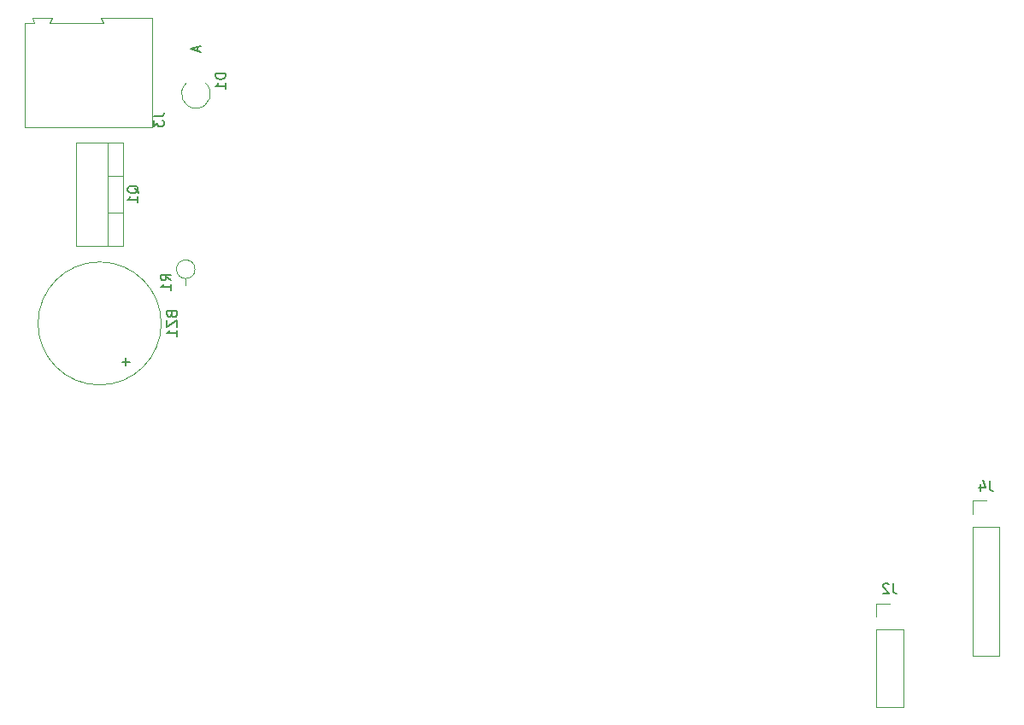
<source format=gbr>
%TF.GenerationSoftware,KiCad,Pcbnew,7.0.9-7.0.9~ubuntu22.04.1*%
%TF.CreationDate,2023-12-08T18:50:30-07:00*%
%TF.ProjectId,ph_meter,70685f6d-6574-4657-922e-6b696361645f,1.3*%
%TF.SameCoordinates,Original*%
%TF.FileFunction,Legend,Bot*%
%TF.FilePolarity,Positive*%
%FSLAX46Y46*%
G04 Gerber Fmt 4.6, Leading zero omitted, Abs format (unit mm)*
G04 Created by KiCad (PCBNEW 7.0.9-7.0.9~ubuntu22.04.1) date 2023-12-08 18:50:30*
%MOMM*%
%LPD*%
G01*
G04 APERTURE LIST*
%ADD10C,0.150000*%
%ADD11C,0.120000*%
G04 APERTURE END LIST*
D10*
X94304819Y-92390833D02*
X93828628Y-92057500D01*
X94304819Y-91819405D02*
X93304819Y-91819405D01*
X93304819Y-91819405D02*
X93304819Y-92200357D01*
X93304819Y-92200357D02*
X93352438Y-92295595D01*
X93352438Y-92295595D02*
X93400057Y-92343214D01*
X93400057Y-92343214D02*
X93495295Y-92390833D01*
X93495295Y-92390833D02*
X93638152Y-92390833D01*
X93638152Y-92390833D02*
X93733390Y-92343214D01*
X93733390Y-92343214D02*
X93781009Y-92295595D01*
X93781009Y-92295595D02*
X93828628Y-92200357D01*
X93828628Y-92200357D02*
X93828628Y-91819405D01*
X94304819Y-93343214D02*
X94304819Y-92771786D01*
X94304819Y-93057500D02*
X93304819Y-93057500D01*
X93304819Y-93057500D02*
X93447676Y-92962262D01*
X93447676Y-92962262D02*
X93542914Y-92867024D01*
X93542914Y-92867024D02*
X93590533Y-92771786D01*
X175383333Y-112254819D02*
X175383333Y-112969104D01*
X175383333Y-112969104D02*
X175430952Y-113111961D01*
X175430952Y-113111961D02*
X175526190Y-113207200D01*
X175526190Y-113207200D02*
X175669047Y-113254819D01*
X175669047Y-113254819D02*
X175764285Y-113254819D01*
X174478571Y-112588152D02*
X174478571Y-113254819D01*
X174716666Y-112207200D02*
X174954761Y-112921485D01*
X174954761Y-112921485D02*
X174335714Y-112921485D01*
X99704819Y-71890545D02*
X98704819Y-71890545D01*
X98704819Y-71890545D02*
X98704819Y-72128640D01*
X98704819Y-72128640D02*
X98752438Y-72271497D01*
X98752438Y-72271497D02*
X98847676Y-72366735D01*
X98847676Y-72366735D02*
X98942914Y-72414354D01*
X98942914Y-72414354D02*
X99133390Y-72461973D01*
X99133390Y-72461973D02*
X99276247Y-72461973D01*
X99276247Y-72461973D02*
X99466723Y-72414354D01*
X99466723Y-72414354D02*
X99561961Y-72366735D01*
X99561961Y-72366735D02*
X99657200Y-72271497D01*
X99657200Y-72271497D02*
X99704819Y-72128640D01*
X99704819Y-72128640D02*
X99704819Y-71890545D01*
X99704819Y-73414354D02*
X99704819Y-72842926D01*
X99704819Y-73128640D02*
X98704819Y-73128640D01*
X98704819Y-73128640D02*
X98847676Y-73033402D01*
X98847676Y-73033402D02*
X98942914Y-72938164D01*
X98942914Y-72938164D02*
X98990533Y-72842926D01*
X96949104Y-69220545D02*
X96949104Y-69696735D01*
X97234819Y-69125307D02*
X96234819Y-69458640D01*
X96234819Y-69458640D02*
X97234819Y-69791973D01*
X165833333Y-122434819D02*
X165833333Y-123149104D01*
X165833333Y-123149104D02*
X165880952Y-123291961D01*
X165880952Y-123291961D02*
X165976190Y-123387200D01*
X165976190Y-123387200D02*
X166119047Y-123434819D01*
X166119047Y-123434819D02*
X166214285Y-123434819D01*
X165404761Y-122530057D02*
X165357142Y-122482438D01*
X165357142Y-122482438D02*
X165261904Y-122434819D01*
X165261904Y-122434819D02*
X165023809Y-122434819D01*
X165023809Y-122434819D02*
X164928571Y-122482438D01*
X164928571Y-122482438D02*
X164880952Y-122530057D01*
X164880952Y-122530057D02*
X164833333Y-122625295D01*
X164833333Y-122625295D02*
X164833333Y-122720533D01*
X164833333Y-122720533D02*
X164880952Y-122863390D01*
X164880952Y-122863390D02*
X165452380Y-123434819D01*
X165452380Y-123434819D02*
X164833333Y-123434819D01*
X94372369Y-95776547D02*
X94419988Y-95919404D01*
X94419988Y-95919404D02*
X94467607Y-95967023D01*
X94467607Y-95967023D02*
X94562845Y-96014642D01*
X94562845Y-96014642D02*
X94705702Y-96014642D01*
X94705702Y-96014642D02*
X94800940Y-95967023D01*
X94800940Y-95967023D02*
X94848560Y-95919404D01*
X94848560Y-95919404D02*
X94896179Y-95824166D01*
X94896179Y-95824166D02*
X94896179Y-95443214D01*
X94896179Y-95443214D02*
X93896179Y-95443214D01*
X93896179Y-95443214D02*
X93896179Y-95776547D01*
X93896179Y-95776547D02*
X93943798Y-95871785D01*
X93943798Y-95871785D02*
X93991417Y-95919404D01*
X93991417Y-95919404D02*
X94086655Y-95967023D01*
X94086655Y-95967023D02*
X94181893Y-95967023D01*
X94181893Y-95967023D02*
X94277131Y-95919404D01*
X94277131Y-95919404D02*
X94324750Y-95871785D01*
X94324750Y-95871785D02*
X94372369Y-95776547D01*
X94372369Y-95776547D02*
X94372369Y-95443214D01*
X93896179Y-96347976D02*
X93896179Y-97014642D01*
X93896179Y-97014642D02*
X94896179Y-96347976D01*
X94896179Y-96347976D02*
X94896179Y-97014642D01*
X94896179Y-97919404D02*
X94896179Y-97347976D01*
X94896179Y-97633690D02*
X93896179Y-97633690D01*
X93896179Y-97633690D02*
X94039036Y-97538452D01*
X94039036Y-97538452D02*
X94134274Y-97443214D01*
X94134274Y-97443214D02*
X94181893Y-97347976D01*
X89855226Y-100086548D02*
X89855226Y-100848453D01*
X90236179Y-100467500D02*
X89474274Y-100467500D01*
X92594819Y-76136666D02*
X93309104Y-76136666D01*
X93309104Y-76136666D02*
X93451961Y-76089047D01*
X93451961Y-76089047D02*
X93547200Y-75993809D01*
X93547200Y-75993809D02*
X93594819Y-75850952D01*
X93594819Y-75850952D02*
X93594819Y-75755714D01*
X92594819Y-76517619D02*
X92594819Y-77136666D01*
X92594819Y-77136666D02*
X92975771Y-76803333D01*
X92975771Y-76803333D02*
X92975771Y-76946190D01*
X92975771Y-76946190D02*
X93023390Y-77041428D01*
X93023390Y-77041428D02*
X93071009Y-77089047D01*
X93071009Y-77089047D02*
X93166247Y-77136666D01*
X93166247Y-77136666D02*
X93404342Y-77136666D01*
X93404342Y-77136666D02*
X93499580Y-77089047D01*
X93499580Y-77089047D02*
X93547200Y-77041428D01*
X93547200Y-77041428D02*
X93594819Y-76946190D01*
X93594819Y-76946190D02*
X93594819Y-76660476D01*
X93594819Y-76660476D02*
X93547200Y-76565238D01*
X93547200Y-76565238D02*
X93499580Y-76517619D01*
X91125057Y-83754761D02*
X91077438Y-83659523D01*
X91077438Y-83659523D02*
X90982200Y-83564285D01*
X90982200Y-83564285D02*
X90839342Y-83421428D01*
X90839342Y-83421428D02*
X90791723Y-83326190D01*
X90791723Y-83326190D02*
X90791723Y-83230952D01*
X91029819Y-83278571D02*
X90982200Y-83183333D01*
X90982200Y-83183333D02*
X90886961Y-83088095D01*
X90886961Y-83088095D02*
X90696485Y-83040476D01*
X90696485Y-83040476D02*
X90363152Y-83040476D01*
X90363152Y-83040476D02*
X90172676Y-83088095D01*
X90172676Y-83088095D02*
X90077438Y-83183333D01*
X90077438Y-83183333D02*
X90029819Y-83278571D01*
X90029819Y-83278571D02*
X90029819Y-83469047D01*
X90029819Y-83469047D02*
X90077438Y-83564285D01*
X90077438Y-83564285D02*
X90172676Y-83659523D01*
X90172676Y-83659523D02*
X90363152Y-83707142D01*
X90363152Y-83707142D02*
X90696485Y-83707142D01*
X90696485Y-83707142D02*
X90886961Y-83659523D01*
X90886961Y-83659523D02*
X90982200Y-83564285D01*
X90982200Y-83564285D02*
X91029819Y-83469047D01*
X91029819Y-83469047D02*
X91029819Y-83278571D01*
X91029819Y-84659523D02*
X91029819Y-84088095D01*
X91029819Y-84373809D02*
X90029819Y-84373809D01*
X90029819Y-84373809D02*
X90172676Y-84278571D01*
X90172676Y-84278571D02*
X90267914Y-84183333D01*
X90267914Y-84183333D02*
X90315533Y-84088095D01*
D11*
%TO.C,R1*%
X95770000Y-92207500D02*
X95770000Y-92827500D01*
X96690000Y-91287500D02*
G75*
G03*
X96690000Y-91287500I-920000J0D01*
G01*
%TO.C,J4*%
X176380000Y-129600000D02*
X173720000Y-129600000D01*
X176380000Y-116840000D02*
X176380000Y-129600000D01*
X176380000Y-116840000D02*
X173720000Y-116840000D01*
X175050000Y-114240000D02*
X173720000Y-114240000D01*
X173720000Y-116840000D02*
X173720000Y-129600000D01*
X173720000Y-114240000D02*
X173720000Y-115570000D01*
%TO.C,D1*%
X95811134Y-72844790D02*
G75*
G03*
X97680000Y-72785401I968866J-1053850D01*
G01*
%TO.C,J2*%
X166830000Y-134700000D02*
X164170000Y-134700000D01*
X166830000Y-127020000D02*
X166830000Y-134700000D01*
X166830000Y-127020000D02*
X164170000Y-127020000D01*
X165500000Y-124420000D02*
X164170000Y-124420000D01*
X164170000Y-127020000D02*
X164170000Y-134700000D01*
X164170000Y-124420000D02*
X164170000Y-125750000D01*
%TO.C,BZ1*%
X93341360Y-96657500D02*
G75*
G03*
X93341360Y-96657500I-6100000J0D01*
G01*
%TO.C,J3*%
X79850000Y-77200000D02*
X79850000Y-66850000D01*
X92450000Y-77200000D02*
X79850000Y-77200000D01*
X79850000Y-66850000D02*
X80800000Y-66850000D01*
X80800000Y-66850000D02*
X80550000Y-66350000D01*
X82250000Y-66850000D02*
X87650000Y-66850000D01*
X87650000Y-66850000D02*
X87350000Y-66350000D01*
X80550000Y-66350000D02*
X82450000Y-66350000D01*
X82450000Y-66350000D02*
X82500000Y-66350000D01*
X82500000Y-66350000D02*
X82250000Y-66850000D01*
X87350000Y-66350000D02*
X92450000Y-66350000D01*
X92450000Y-66350000D02*
X92450000Y-77200000D01*
%TO.C,Q1*%
X84934000Y-88970000D02*
X84934000Y-78730000D01*
X88065000Y-88970000D02*
X88065000Y-78730000D01*
X89575000Y-88970000D02*
X84934000Y-88970000D01*
X89575000Y-88970000D02*
X89575000Y-78730000D01*
X89575000Y-85700000D02*
X88065000Y-85700000D01*
X89575000Y-81999000D02*
X88065000Y-81999000D01*
X89575000Y-78730000D02*
X84934000Y-78730000D01*
%TD*%
M02*

</source>
